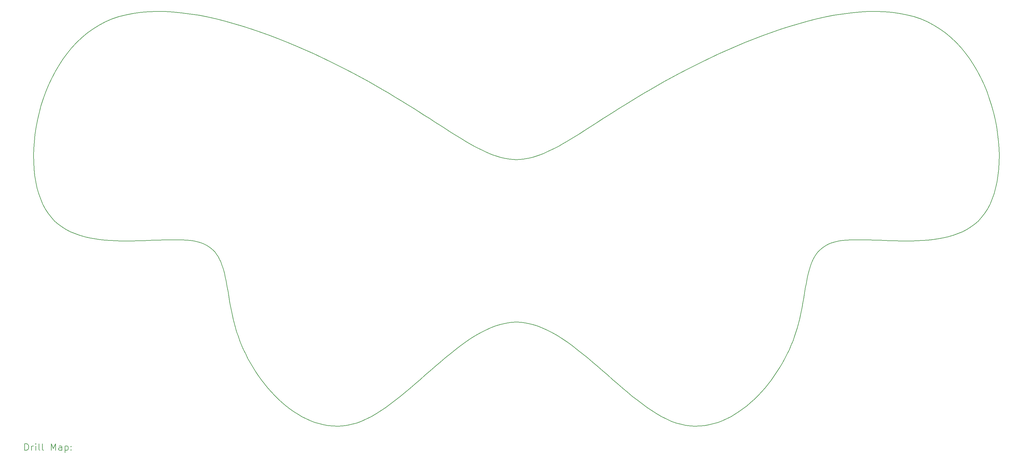
<source format=gbr>
%TF.GenerationSoftware,KiCad,Pcbnew,7.0.1-0*%
%TF.CreationDate,2023-04-15T20:18:50-04:00*%
%TF.ProjectId,plate,706c6174-652e-46b6-9963-61645f706362,rev?*%
%TF.SameCoordinates,Original*%
%TF.FileFunction,Drillmap*%
%TF.FilePolarity,Positive*%
%FSLAX45Y45*%
G04 Gerber Fmt 4.5, Leading zero omitted, Abs format (unit mm)*
G04 Created by KiCad (PCBNEW 7.0.1-0) date 2023-04-15 20:18:50*
%MOMM*%
%LPD*%
G01*
G04 APERTURE LIST*
%ADD10C,0.200000*%
G04 APERTURE END LIST*
D10*
X25367401Y-10922739D02*
X25158546Y-11040053D01*
X24956584Y-11155974D01*
X24761292Y-11270348D01*
X24572449Y-11383023D01*
X24389831Y-11493845D01*
X24213217Y-11602662D01*
X24042384Y-11709321D01*
X23877109Y-11813669D01*
X23717172Y-11915554D01*
X23562348Y-12014822D01*
X23412416Y-12111321D01*
X23267153Y-12204897D01*
X23126337Y-12295399D01*
X22989746Y-12382673D01*
X22857157Y-12466566D01*
X22728348Y-12546926D01*
X22603097Y-12623600D01*
X22481181Y-12696435D01*
X22362377Y-12765277D01*
X22246465Y-12829975D01*
X22133220Y-12890376D01*
X22022422Y-12946326D01*
X21913846Y-12997673D01*
X21807272Y-13044264D01*
X21702477Y-13085946D01*
X21599238Y-13122566D01*
X21497334Y-13153972D01*
X21396541Y-13180011D01*
X21296637Y-13200529D01*
X21197400Y-13215375D01*
X21098609Y-13224394D01*
X21000039Y-13227436D01*
X33145865Y-9151606D02*
X32951048Y-9068915D01*
X32748247Y-8999961D01*
X32537950Y-8944261D01*
X32320644Y-8901332D01*
X32096814Y-8870691D01*
X31866949Y-8851854D01*
X31631536Y-8844339D01*
X31391061Y-8847662D01*
X31146011Y-8861340D01*
X30896874Y-8884890D01*
X30644136Y-8917829D01*
X30388285Y-8959674D01*
X30129807Y-9009941D01*
X29869190Y-9068148D01*
X29606920Y-9133811D01*
X29343484Y-9206447D01*
X29079370Y-9285573D01*
X28815065Y-9370707D01*
X28551055Y-9461364D01*
X28287827Y-9557061D01*
X28025869Y-9657316D01*
X27765668Y-9761646D01*
X27507710Y-9869566D01*
X27252482Y-9980595D01*
X27000472Y-10094249D01*
X26752166Y-10210044D01*
X26508053Y-10327498D01*
X26268617Y-10446128D01*
X26034347Y-10565450D01*
X25805730Y-10684981D01*
X25583252Y-10804238D01*
X25367401Y-10922739D01*
X34840225Y-14814549D02*
X34922714Y-14684690D01*
X34996339Y-14543574D01*
X35061112Y-14392023D01*
X35117045Y-14230858D01*
X35164153Y-14060900D01*
X35202446Y-13882973D01*
X35231938Y-13697897D01*
X35252641Y-13506494D01*
X35264569Y-13309587D01*
X35267733Y-13107997D01*
X35262147Y-12902546D01*
X35247823Y-12694055D01*
X35224773Y-12483348D01*
X35193011Y-12271244D01*
X35152549Y-12058567D01*
X35103399Y-11846137D01*
X35045575Y-11634778D01*
X34979089Y-11425310D01*
X34903954Y-11218556D01*
X34820182Y-11015337D01*
X34727786Y-10816475D01*
X34626778Y-10622792D01*
X34517172Y-10435110D01*
X34398980Y-10254250D01*
X34272215Y-10081035D01*
X34136888Y-9916286D01*
X33993014Y-9760825D01*
X33840604Y-9615474D01*
X33679672Y-9481055D01*
X33510229Y-9358389D01*
X33332289Y-9248299D01*
X33145865Y-9151606D01*
X30419350Y-15661587D02*
X30521921Y-15639644D01*
X30632107Y-15623023D01*
X30749377Y-15611162D01*
X30873199Y-15603500D01*
X31003040Y-15599475D01*
X31138368Y-15598527D01*
X31278652Y-15600093D01*
X31423360Y-15603613D01*
X31571959Y-15608524D01*
X31723918Y-15614266D01*
X31878704Y-15620278D01*
X32035785Y-15625998D01*
X32194631Y-15630864D01*
X32354708Y-15634315D01*
X32515484Y-15635790D01*
X32676428Y-15634728D01*
X32837008Y-15630566D01*
X32996691Y-15622744D01*
X33154946Y-15610701D01*
X33311241Y-15593875D01*
X33465043Y-15571704D01*
X33615821Y-15543628D01*
X33763043Y-15509084D01*
X33906176Y-15467512D01*
X34044689Y-15418351D01*
X34178050Y-15361038D01*
X34305727Y-15295012D01*
X34427187Y-15219713D01*
X34541899Y-15134578D01*
X34649330Y-15039047D01*
X34748950Y-14932557D01*
X34840225Y-14814549D01*
X29172526Y-18589328D02*
X29220133Y-18458957D01*
X29263036Y-18329487D01*
X29301651Y-18201079D01*
X29336391Y-18073894D01*
X29367672Y-17948093D01*
X29395907Y-17823836D01*
X29421512Y-17701284D01*
X29444900Y-17580597D01*
X29466487Y-17461937D01*
X29486688Y-17345463D01*
X29505916Y-17231337D01*
X29524586Y-17119720D01*
X29543113Y-17010771D01*
X29561912Y-16904652D01*
X29581397Y-16801524D01*
X29601983Y-16701547D01*
X29624083Y-16604881D01*
X29648114Y-16511688D01*
X29674489Y-16422128D01*
X29703624Y-16336362D01*
X29735931Y-16254551D01*
X29771827Y-16176855D01*
X29811726Y-16103435D01*
X29856043Y-16034451D01*
X29905191Y-15970065D01*
X29959586Y-15910437D01*
X30019642Y-15855728D01*
X30085773Y-15806098D01*
X30158396Y-15761708D01*
X30237923Y-15722719D01*
X30324769Y-15689292D01*
X30419350Y-15661587D01*
X25722623Y-21018075D02*
X25863655Y-21057945D01*
X26003961Y-21086437D01*
X26143398Y-21103942D01*
X26281824Y-21110850D01*
X26419099Y-21107553D01*
X26555080Y-21094441D01*
X26689625Y-21071906D01*
X26822594Y-21040339D01*
X26953845Y-21000129D01*
X27083235Y-20951669D01*
X27210623Y-20895349D01*
X27335868Y-20831560D01*
X27458828Y-20760693D01*
X27579361Y-20683138D01*
X27697326Y-20599288D01*
X27812581Y-20509532D01*
X27924985Y-20414263D01*
X28034395Y-20313869D01*
X28140670Y-20208744D01*
X28243668Y-20099276D01*
X28343249Y-19985859D01*
X28439270Y-19868881D01*
X28531589Y-19748735D01*
X28620065Y-19625811D01*
X28704556Y-19500500D01*
X28784921Y-19373193D01*
X28861018Y-19244281D01*
X28932706Y-19114155D01*
X28999842Y-18983205D01*
X29062285Y-18851824D01*
X29119893Y-18720401D01*
X29172526Y-18589328D01*
X21000031Y-18034834D02*
X21150729Y-18042009D01*
X21301409Y-18062985D01*
X21452052Y-18096935D01*
X21602639Y-18143034D01*
X21753153Y-18200459D01*
X21903575Y-18268384D01*
X22053887Y-18345985D01*
X22204071Y-18432436D01*
X22354109Y-18526913D01*
X22503981Y-18628592D01*
X22653671Y-18736647D01*
X22803160Y-18850253D01*
X22952429Y-18968587D01*
X23101461Y-19090822D01*
X23250237Y-19216135D01*
X23398739Y-19343700D01*
X23546949Y-19472694D01*
X23694848Y-19602290D01*
X23842418Y-19731664D01*
X23989642Y-19859992D01*
X24136500Y-19986448D01*
X24282975Y-20110209D01*
X24429048Y-20230448D01*
X24574701Y-20346342D01*
X24719916Y-20457065D01*
X24864675Y-20561793D01*
X25008959Y-20659701D01*
X25152750Y-20749965D01*
X25296030Y-20831758D01*
X25438781Y-20904258D01*
X25580985Y-20966638D01*
X25722623Y-21018075D01*
X16277453Y-21018049D02*
X16419091Y-20966610D01*
X16561296Y-20904228D01*
X16704047Y-20831727D01*
X16847328Y-20749931D01*
X16991119Y-20659667D01*
X17135403Y-20561758D01*
X17280162Y-20457029D01*
X17425377Y-20346306D01*
X17571030Y-20230412D01*
X17717102Y-20110172D01*
X17863576Y-19986412D01*
X18010434Y-19859956D01*
X18157656Y-19731629D01*
X18305226Y-19602256D01*
X18453124Y-19472660D01*
X18601333Y-19343668D01*
X18749834Y-19216104D01*
X18898609Y-19090793D01*
X19047640Y-18968559D01*
X19196908Y-18850227D01*
X19346396Y-18736622D01*
X19496085Y-18628569D01*
X19645957Y-18526893D01*
X19795994Y-18432418D01*
X19946177Y-18345968D01*
X20096488Y-18268370D01*
X20246910Y-18200447D01*
X20397423Y-18143025D01*
X20548010Y-18096927D01*
X20698653Y-18062980D01*
X20849332Y-18042007D01*
X21000031Y-18034834D01*
X12827515Y-18589318D02*
X12880149Y-18720391D01*
X12937759Y-18851815D01*
X13000204Y-18983197D01*
X13067342Y-19114146D01*
X13139031Y-19244273D01*
X13215129Y-19373185D01*
X13295496Y-19500492D01*
X13379988Y-19625804D01*
X13468466Y-19748728D01*
X13560786Y-19868874D01*
X13656808Y-19985852D01*
X13756389Y-20099270D01*
X13859389Y-20208737D01*
X13965665Y-20313863D01*
X14075076Y-20414256D01*
X14187481Y-20509525D01*
X14302736Y-20599281D01*
X14420702Y-20683130D01*
X14541236Y-20760684D01*
X14664197Y-20831551D01*
X14789443Y-20895339D01*
X14916832Y-20951658D01*
X15046223Y-21000117D01*
X15177474Y-21040326D01*
X15310444Y-21071892D01*
X15444991Y-21094426D01*
X15580972Y-21107536D01*
X15718248Y-21110832D01*
X15856675Y-21103922D01*
X15996113Y-21086415D01*
X16136419Y-21057921D01*
X16277453Y-21018049D01*
X11580669Y-15661614D02*
X11675248Y-15689318D01*
X11762094Y-15722744D01*
X11841620Y-15761732D01*
X11914241Y-15806121D01*
X11980372Y-15855749D01*
X12040428Y-15910457D01*
X12094823Y-15970084D01*
X12143971Y-16034468D01*
X12188287Y-16103450D01*
X12228186Y-16176869D01*
X12264082Y-16254563D01*
X12296391Y-16336373D01*
X12325525Y-16422137D01*
X12351901Y-16511695D01*
X12375933Y-16604886D01*
X12398034Y-16701550D01*
X12418621Y-16801525D01*
X12438107Y-16904652D01*
X12456907Y-17010769D01*
X12475435Y-17119717D01*
X12494107Y-17231333D01*
X12513336Y-17345457D01*
X12533538Y-17461930D01*
X12555127Y-17580589D01*
X12578517Y-17701275D01*
X12604123Y-17823826D01*
X12632360Y-17948083D01*
X12663642Y-18073884D01*
X12698384Y-18201069D01*
X12737000Y-18329476D01*
X12779906Y-18458946D01*
X12827515Y-18589318D01*
X7159730Y-14814717D02*
X7251001Y-14932717D01*
X7350617Y-15039199D01*
X7458047Y-15134722D01*
X7572758Y-15219850D01*
X7694218Y-15295142D01*
X7821895Y-15361161D01*
X7955256Y-15418467D01*
X8093771Y-15467622D01*
X8236906Y-15509188D01*
X8384131Y-15543726D01*
X8534912Y-15571797D01*
X8688717Y-15593962D01*
X8845016Y-15610783D01*
X9003275Y-15622821D01*
X9162962Y-15630638D01*
X9323546Y-15634795D01*
X9484495Y-15635853D01*
X9645276Y-15634374D01*
X9805357Y-15630919D01*
X9964207Y-15626050D01*
X10121293Y-15620327D01*
X10276083Y-15614312D01*
X10428046Y-15608567D01*
X10576648Y-15603653D01*
X10721359Y-15600131D01*
X10861646Y-15598562D01*
X10996976Y-15599509D01*
X11126819Y-15603531D01*
X11250642Y-15611192D01*
X11367912Y-15623052D01*
X11478099Y-15639672D01*
X11580669Y-15661614D01*
X8854179Y-9151588D02*
X8667752Y-9248281D01*
X8489810Y-9358374D01*
X8320365Y-9481043D01*
X8159431Y-9615467D01*
X8007019Y-9760824D01*
X7863142Y-9916292D01*
X7727814Y-10081048D01*
X7601046Y-10254272D01*
X7482852Y-10435141D01*
X7373243Y-10622833D01*
X7272234Y-10816527D01*
X7179835Y-11015399D01*
X7096061Y-11218629D01*
X7020923Y-11425395D01*
X6954435Y-11634874D01*
X6896608Y-11846244D01*
X6847456Y-12058684D01*
X6806991Y-12271372D01*
X6775226Y-12483485D01*
X6752174Y-12694202D01*
X6737847Y-12902701D01*
X6732257Y-13108160D01*
X6735419Y-13309757D01*
X6747343Y-13506670D01*
X6768043Y-13698077D01*
X6797532Y-13883156D01*
X6835821Y-14061085D01*
X6882925Y-14231043D01*
X6938855Y-14392206D01*
X7003624Y-14543755D01*
X7077244Y-14684865D01*
X7159730Y-14814717D01*
X16632693Y-10922734D02*
X16416841Y-10804232D01*
X16194363Y-10684974D01*
X15965746Y-10565442D01*
X15731475Y-10446119D01*
X15492039Y-10327489D01*
X15247925Y-10210034D01*
X14999618Y-10094238D01*
X14747607Y-9980584D01*
X14492379Y-9869555D01*
X14234419Y-9761633D01*
X13974217Y-9657303D01*
X13712257Y-9557048D01*
X13449028Y-9461350D01*
X13185017Y-9370692D01*
X12920709Y-9285559D01*
X12656594Y-9206432D01*
X12393156Y-9133795D01*
X12130885Y-9068132D01*
X11870265Y-9009925D01*
X11611786Y-8959657D01*
X11355932Y-8917812D01*
X11103192Y-8884873D01*
X10854053Y-8861323D01*
X10609001Y-8847645D01*
X10368524Y-8844321D01*
X10133108Y-8851837D01*
X9903241Y-8870673D01*
X9679410Y-8901314D01*
X9462101Y-8944243D01*
X9251801Y-8999943D01*
X9048998Y-9068897D01*
X8854179Y-9151588D01*
X21000039Y-13227436D02*
X20901469Y-13224396D01*
X20802678Y-13215378D01*
X20703441Y-13200533D01*
X20603538Y-13180016D01*
X20502745Y-13153978D01*
X20400841Y-13122573D01*
X20297603Y-13085953D01*
X20192808Y-13044272D01*
X20086234Y-12997681D01*
X19977660Y-12946335D01*
X19866862Y-12890385D01*
X19753618Y-12829984D01*
X19637706Y-12765286D01*
X19518904Y-12696443D01*
X19396988Y-12623609D01*
X19271738Y-12546935D01*
X19142930Y-12466574D01*
X19010341Y-12382680D01*
X18873751Y-12295406D01*
X18732936Y-12204904D01*
X18587674Y-12111326D01*
X18437742Y-12014827D01*
X18282919Y-11915558D01*
X18122982Y-11813672D01*
X17957708Y-11709323D01*
X17786875Y-11602663D01*
X17610262Y-11493845D01*
X17427644Y-11383022D01*
X17238801Y-11270346D01*
X17043510Y-11155971D01*
X16841548Y-11040049D01*
X16632693Y-10922734D01*
X6470186Y-21827954D02*
X6470186Y-21627954D01*
X6470186Y-21627954D02*
X6517805Y-21627954D01*
X6517805Y-21627954D02*
X6546377Y-21637478D01*
X6546377Y-21637478D02*
X6565424Y-21656526D01*
X6565424Y-21656526D02*
X6574948Y-21675573D01*
X6574948Y-21675573D02*
X6584472Y-21713669D01*
X6584472Y-21713669D02*
X6584472Y-21742240D01*
X6584472Y-21742240D02*
X6574948Y-21780335D01*
X6574948Y-21780335D02*
X6565424Y-21799383D01*
X6565424Y-21799383D02*
X6546377Y-21818431D01*
X6546377Y-21818431D02*
X6517805Y-21827954D01*
X6517805Y-21827954D02*
X6470186Y-21827954D01*
X6670186Y-21827954D02*
X6670186Y-21694621D01*
X6670186Y-21732716D02*
X6679710Y-21713669D01*
X6679710Y-21713669D02*
X6689234Y-21704145D01*
X6689234Y-21704145D02*
X6708281Y-21694621D01*
X6708281Y-21694621D02*
X6727329Y-21694621D01*
X6793996Y-21827954D02*
X6793996Y-21694621D01*
X6793996Y-21627954D02*
X6784472Y-21637478D01*
X6784472Y-21637478D02*
X6793996Y-21647002D01*
X6793996Y-21647002D02*
X6803519Y-21637478D01*
X6803519Y-21637478D02*
X6793996Y-21627954D01*
X6793996Y-21627954D02*
X6793996Y-21647002D01*
X6917805Y-21827954D02*
X6898758Y-21818431D01*
X6898758Y-21818431D02*
X6889234Y-21799383D01*
X6889234Y-21799383D02*
X6889234Y-21627954D01*
X7022567Y-21827954D02*
X7003519Y-21818431D01*
X7003519Y-21818431D02*
X6993996Y-21799383D01*
X6993996Y-21799383D02*
X6993996Y-21627954D01*
X7251139Y-21827954D02*
X7251139Y-21627954D01*
X7251139Y-21627954D02*
X7317805Y-21770812D01*
X7317805Y-21770812D02*
X7384472Y-21627954D01*
X7384472Y-21627954D02*
X7384472Y-21827954D01*
X7565424Y-21827954D02*
X7565424Y-21723193D01*
X7565424Y-21723193D02*
X7555900Y-21704145D01*
X7555900Y-21704145D02*
X7536853Y-21694621D01*
X7536853Y-21694621D02*
X7498758Y-21694621D01*
X7498758Y-21694621D02*
X7479710Y-21704145D01*
X7565424Y-21818431D02*
X7546377Y-21827954D01*
X7546377Y-21827954D02*
X7498758Y-21827954D01*
X7498758Y-21827954D02*
X7479710Y-21818431D01*
X7479710Y-21818431D02*
X7470186Y-21799383D01*
X7470186Y-21799383D02*
X7470186Y-21780335D01*
X7470186Y-21780335D02*
X7479710Y-21761288D01*
X7479710Y-21761288D02*
X7498758Y-21751764D01*
X7498758Y-21751764D02*
X7546377Y-21751764D01*
X7546377Y-21751764D02*
X7565424Y-21742240D01*
X7660662Y-21694621D02*
X7660662Y-21894621D01*
X7660662Y-21704145D02*
X7679710Y-21694621D01*
X7679710Y-21694621D02*
X7717805Y-21694621D01*
X7717805Y-21694621D02*
X7736853Y-21704145D01*
X7736853Y-21704145D02*
X7746377Y-21713669D01*
X7746377Y-21713669D02*
X7755900Y-21732716D01*
X7755900Y-21732716D02*
X7755900Y-21789859D01*
X7755900Y-21789859D02*
X7746377Y-21808907D01*
X7746377Y-21808907D02*
X7736853Y-21818431D01*
X7736853Y-21818431D02*
X7717805Y-21827954D01*
X7717805Y-21827954D02*
X7679710Y-21827954D01*
X7679710Y-21827954D02*
X7660662Y-21818431D01*
X7841615Y-21808907D02*
X7851139Y-21818431D01*
X7851139Y-21818431D02*
X7841615Y-21827954D01*
X7841615Y-21827954D02*
X7832091Y-21818431D01*
X7832091Y-21818431D02*
X7841615Y-21808907D01*
X7841615Y-21808907D02*
X7841615Y-21827954D01*
X7841615Y-21704145D02*
X7851139Y-21713669D01*
X7851139Y-21713669D02*
X7841615Y-21723193D01*
X7841615Y-21723193D02*
X7832091Y-21713669D01*
X7832091Y-21713669D02*
X7841615Y-21704145D01*
X7841615Y-21704145D02*
X7841615Y-21723193D01*
M02*

</source>
